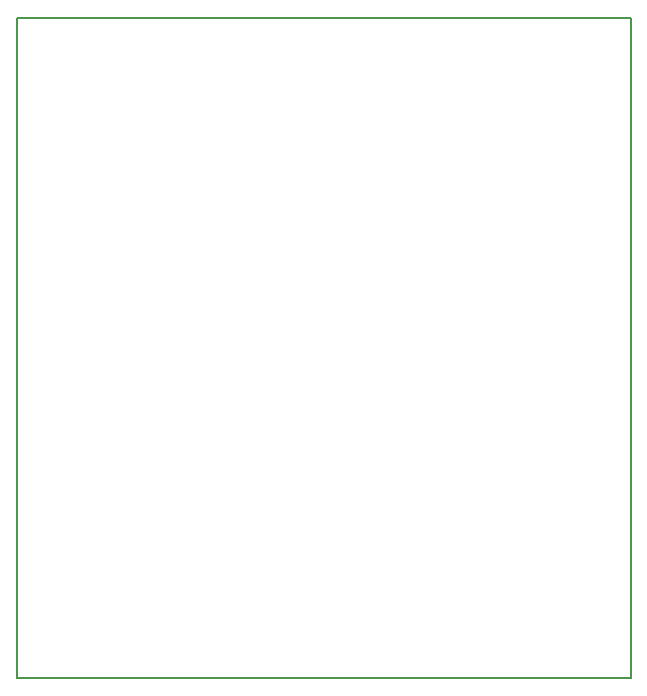
<source format=gm1>
G04 MADE WITH FRITZING*
G04 WWW.FRITZING.ORG*
G04 DOUBLE SIDED*
G04 HOLES PLATED*
G04 CONTOUR ON CENTER OF CONTOUR VECTOR*
%ASAXBY*%
%FSLAX23Y23*%
%MOIN*%
%OFA0B0*%
%SFA1.0B1.0*%
%ADD10R,2.055080X2.209630*%
%ADD11C,0.008000*%
%ADD10C,0.008*%
%LNCONTOUR*%
G90*
G70*
G54D10*
G54D11*
X4Y2206D02*
X2051Y2206D01*
X2051Y4D01*
X4Y4D01*
X4Y2206D01*
D02*
G04 End of contour*
M02*
</source>
